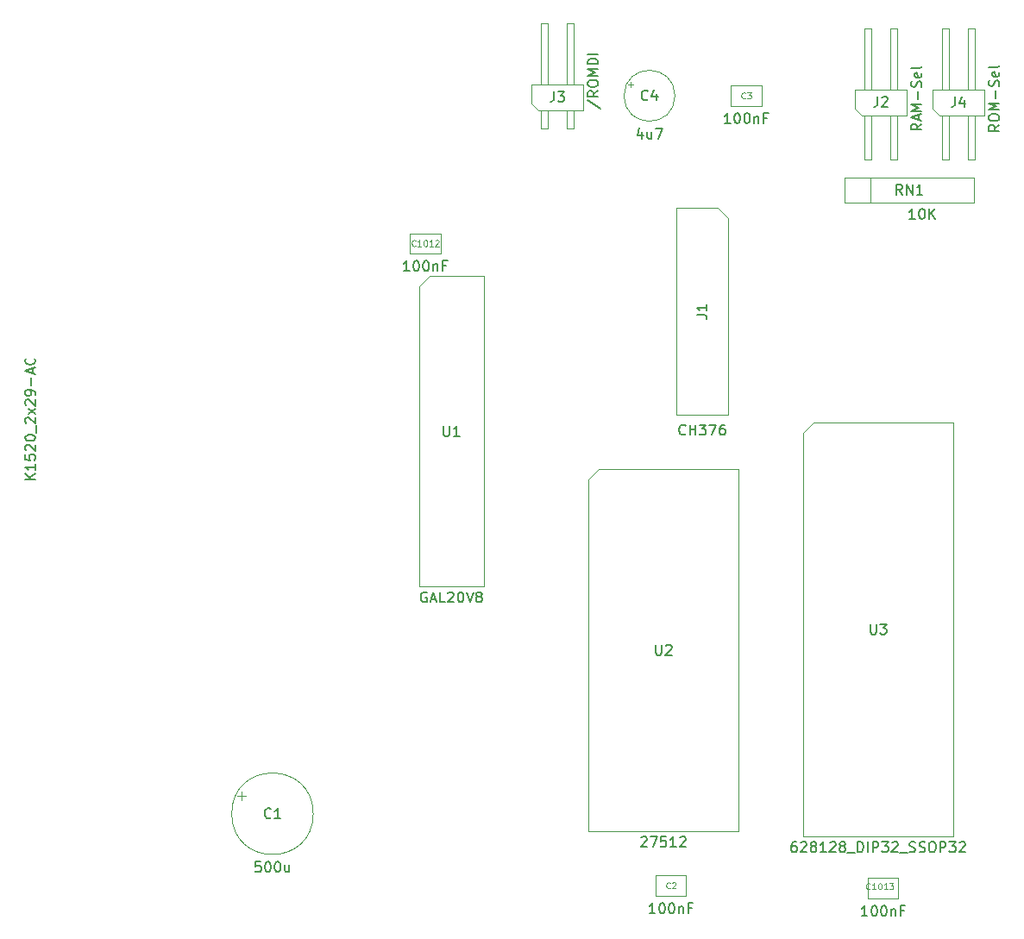
<source format=gbr>
%TF.GenerationSoftware,KiCad,Pcbnew,(5.1.10)-1*%
%TF.CreationDate,2025-03-03T19:14:52+01:00*%
%TF.ProjectId,CH376,43483337-362e-46b6-9963-61645f706362,rev?*%
%TF.SameCoordinates,Original*%
%TF.FileFunction,Other,Fab,Top*%
%FSLAX46Y46*%
G04 Gerber Fmt 4.6, Leading zero omitted, Abs format (unit mm)*
G04 Created by KiCad (PCBNEW (5.1.10)-1) date 2025-03-03 19:14:52*
%MOMM*%
%LPD*%
G01*
G04 APERTURE LIST*
%ADD10C,0.100000*%
%ADD11C,0.150000*%
%ADD12C,0.090000*%
G04 APERTURE END LIST*
D10*
%TO.C,J1*%
X119888000Y-85344000D02*
X119888000Y-65024000D01*
X124968000Y-85344000D02*
X119888000Y-85344000D01*
X124968000Y-66024000D02*
X124968000Y-85344000D01*
X123968000Y-65024000D02*
X124968000Y-66024000D01*
X119888000Y-65024000D02*
X123968000Y-65024000D01*
%TO.C,RN1*%
X136378000Y-61996000D02*
X136378000Y-64496000D01*
X136378000Y-64496000D02*
X149118000Y-64496000D01*
X149118000Y-64496000D02*
X149118000Y-61996000D01*
X149118000Y-61996000D02*
X136378000Y-61996000D01*
X138938000Y-61996000D02*
X138938000Y-64496000D01*
%TO.C,U2*%
X112253000Y-90678000D02*
X125983000Y-90678000D01*
X125983000Y-90678000D02*
X125983000Y-126238000D01*
X125983000Y-126238000D02*
X111253000Y-126238000D01*
X111253000Y-126238000D02*
X111253000Y-91678000D01*
X111253000Y-91678000D02*
X112253000Y-90678000D01*
%TO.C,J4*%
X145034000Y-55269000D02*
X145034000Y-53364000D01*
X145034000Y-53364000D02*
X150114000Y-53364000D01*
X150114000Y-53364000D02*
X150114000Y-55904000D01*
X150114000Y-55904000D02*
X145669000Y-55904000D01*
X145669000Y-55904000D02*
X145034000Y-55269000D01*
X145984000Y-60264000D02*
X145984000Y-55904000D01*
X145984000Y-60264000D02*
X146624000Y-60264000D01*
X146624000Y-60264000D02*
X146624000Y-55904000D01*
X145984000Y-53364000D02*
X145984000Y-47364000D01*
X145984000Y-47364000D02*
X146624000Y-47364000D01*
X146624000Y-53364000D02*
X146624000Y-47364000D01*
X148524000Y-60264000D02*
X148524000Y-55904000D01*
X148524000Y-60264000D02*
X149164000Y-60264000D01*
X149164000Y-60264000D02*
X149164000Y-55904000D01*
X148524000Y-53364000D02*
X148524000Y-47364000D01*
X148524000Y-47364000D02*
X149164000Y-47364000D01*
X149164000Y-53364000D02*
X149164000Y-47364000D01*
%TO.C,J3*%
X109794000Y-52856000D02*
X109794000Y-46856000D01*
X109154000Y-46856000D02*
X109794000Y-46856000D01*
X109154000Y-52856000D02*
X109154000Y-46856000D01*
X109794000Y-57216000D02*
X109794000Y-55396000D01*
X109154000Y-57216000D02*
X109794000Y-57216000D01*
X109154000Y-57216000D02*
X109154000Y-55396000D01*
X107254000Y-52856000D02*
X107254000Y-46856000D01*
X106614000Y-46856000D02*
X107254000Y-46856000D01*
X106614000Y-52856000D02*
X106614000Y-46856000D01*
X107254000Y-57216000D02*
X107254000Y-55396000D01*
X106614000Y-57216000D02*
X107254000Y-57216000D01*
X106614000Y-57216000D02*
X106614000Y-55396000D01*
X106299000Y-55396000D02*
X105664000Y-54761000D01*
X110744000Y-55396000D02*
X106299000Y-55396000D01*
X110744000Y-52856000D02*
X110744000Y-55396000D01*
X105664000Y-52856000D02*
X110744000Y-52856000D01*
X105664000Y-54761000D02*
X105664000Y-52856000D01*
%TO.C,J2*%
X141544000Y-53364000D02*
X141544000Y-47364000D01*
X140904000Y-47364000D02*
X141544000Y-47364000D01*
X140904000Y-53364000D02*
X140904000Y-47364000D01*
X141544000Y-60264000D02*
X141544000Y-55904000D01*
X140904000Y-60264000D02*
X141544000Y-60264000D01*
X140904000Y-60264000D02*
X140904000Y-55904000D01*
X139004000Y-53364000D02*
X139004000Y-47364000D01*
X138364000Y-47364000D02*
X139004000Y-47364000D01*
X138364000Y-53364000D02*
X138364000Y-47364000D01*
X139004000Y-60264000D02*
X139004000Y-55904000D01*
X138364000Y-60264000D02*
X139004000Y-60264000D01*
X138364000Y-60264000D02*
X138364000Y-55904000D01*
X138049000Y-55904000D02*
X137414000Y-55269000D01*
X142494000Y-55904000D02*
X138049000Y-55904000D01*
X142494000Y-53364000D02*
X142494000Y-55904000D01*
X137414000Y-53364000D02*
X142494000Y-53364000D01*
X137414000Y-55269000D02*
X137414000Y-53364000D01*
%TO.C,U3*%
X132335000Y-87106000D02*
X133335000Y-86106000D01*
X132335000Y-126746000D02*
X132335000Y-87106000D01*
X147065000Y-126746000D02*
X132335000Y-126746000D01*
X147065000Y-86106000D02*
X147065000Y-126746000D01*
X133335000Y-86106000D02*
X147065000Y-86106000D01*
%TO.C,C4*%
X115366395Y-52662500D02*
X115366395Y-53162500D01*
X115116395Y-52912500D02*
X115616395Y-52912500D01*
X119750000Y-54000000D02*
G75*
G03*
X119750000Y-54000000I-2500000J0D01*
G01*
%TO.C,C3*%
X128250000Y-53000000D02*
X125250000Y-53000000D01*
X128250000Y-55000000D02*
X128250000Y-53000000D01*
X125250000Y-55000000D02*
X128250000Y-55000000D01*
X125250000Y-53000000D02*
X125250000Y-55000000D01*
%TO.C,C2*%
X120860000Y-130572000D02*
X117860000Y-130572000D01*
X120860000Y-132572000D02*
X120860000Y-130572000D01*
X117860000Y-132572000D02*
X120860000Y-132572000D01*
X117860000Y-130572000D02*
X117860000Y-132572000D01*
%TO.C,C1*%
X77223241Y-122352500D02*
X77223241Y-123152500D01*
X76823241Y-122752500D02*
X77623241Y-122752500D01*
X84250000Y-124500000D02*
G75*
G03*
X84250000Y-124500000I-4000000J0D01*
G01*
%TO.C,C1012*%
X93750000Y-67500000D02*
X93750000Y-69500000D01*
X93750000Y-69500000D02*
X96750000Y-69500000D01*
X96750000Y-69500000D02*
X96750000Y-67500000D01*
X96750000Y-67500000D02*
X93750000Y-67500000D01*
%TO.C,C1013*%
X141688000Y-130826000D02*
X138688000Y-130826000D01*
X141688000Y-132826000D02*
X141688000Y-130826000D01*
X138688000Y-132826000D02*
X141688000Y-132826000D01*
X138688000Y-130826000D02*
X138688000Y-132826000D01*
%TO.C,U1*%
X95635000Y-71730000D02*
X100985000Y-71730000D01*
X100985000Y-71730000D02*
X100985000Y-102210000D01*
X100985000Y-102210000D02*
X94635000Y-102210000D01*
X94635000Y-102210000D02*
X94635000Y-72730000D01*
X94635000Y-72730000D02*
X95635000Y-71730000D01*
%TD*%
%TO.C,J1*%
D11*
X120785142Y-87201142D02*
X120737523Y-87248761D01*
X120594666Y-87296380D01*
X120499428Y-87296380D01*
X120356571Y-87248761D01*
X120261333Y-87153523D01*
X120213714Y-87058285D01*
X120166095Y-86867809D01*
X120166095Y-86724952D01*
X120213714Y-86534476D01*
X120261333Y-86439238D01*
X120356571Y-86344000D01*
X120499428Y-86296380D01*
X120594666Y-86296380D01*
X120737523Y-86344000D01*
X120785142Y-86391619D01*
X121213714Y-87296380D02*
X121213714Y-86296380D01*
X121213714Y-86772571D02*
X121785142Y-86772571D01*
X121785142Y-87296380D02*
X121785142Y-86296380D01*
X122166095Y-86296380D02*
X122785142Y-86296380D01*
X122451809Y-86677333D01*
X122594666Y-86677333D01*
X122689904Y-86724952D01*
X122737523Y-86772571D01*
X122785142Y-86867809D01*
X122785142Y-87105904D01*
X122737523Y-87201142D01*
X122689904Y-87248761D01*
X122594666Y-87296380D01*
X122308952Y-87296380D01*
X122213714Y-87248761D01*
X122166095Y-87201142D01*
X123118476Y-86296380D02*
X123785142Y-86296380D01*
X123356571Y-87296380D01*
X124594666Y-86296380D02*
X124404190Y-86296380D01*
X124308952Y-86344000D01*
X124261333Y-86391619D01*
X124166095Y-86534476D01*
X124118476Y-86724952D01*
X124118476Y-87105904D01*
X124166095Y-87201142D01*
X124213714Y-87248761D01*
X124308952Y-87296380D01*
X124499428Y-87296380D01*
X124594666Y-87248761D01*
X124642285Y-87201142D01*
X124689904Y-87105904D01*
X124689904Y-86867809D01*
X124642285Y-86772571D01*
X124594666Y-86724952D01*
X124499428Y-86677333D01*
X124308952Y-86677333D01*
X124213714Y-86724952D01*
X124166095Y-86772571D01*
X124118476Y-86867809D01*
X121880380Y-75517333D02*
X122594666Y-75517333D01*
X122737523Y-75564952D01*
X122832761Y-75660190D01*
X122880380Y-75803047D01*
X122880380Y-75898285D01*
X122880380Y-74517333D02*
X122880380Y-75088761D01*
X122880380Y-74803047D02*
X121880380Y-74803047D01*
X122023238Y-74898285D01*
X122118476Y-74993523D01*
X122166095Y-75088761D01*
%TO.C,RN1*%
X143327523Y-66098380D02*
X142756095Y-66098380D01*
X143041809Y-66098380D02*
X143041809Y-65098380D01*
X142946571Y-65241238D01*
X142851333Y-65336476D01*
X142756095Y-65384095D01*
X143946571Y-65098380D02*
X144041809Y-65098380D01*
X144137047Y-65146000D01*
X144184666Y-65193619D01*
X144232285Y-65288857D01*
X144279904Y-65479333D01*
X144279904Y-65717428D01*
X144232285Y-65907904D01*
X144184666Y-66003142D01*
X144137047Y-66050761D01*
X144041809Y-66098380D01*
X143946571Y-66098380D01*
X143851333Y-66050761D01*
X143803714Y-66003142D01*
X143756095Y-65907904D01*
X143708476Y-65717428D01*
X143708476Y-65479333D01*
X143756095Y-65288857D01*
X143803714Y-65193619D01*
X143851333Y-65146000D01*
X143946571Y-65098380D01*
X144708476Y-66098380D02*
X144708476Y-65098380D01*
X145279904Y-66098380D02*
X144851333Y-65526952D01*
X145279904Y-65098380D02*
X144708476Y-65669809D01*
X142057523Y-63698380D02*
X141724190Y-63222190D01*
X141486095Y-63698380D02*
X141486095Y-62698380D01*
X141867047Y-62698380D01*
X141962285Y-62746000D01*
X142009904Y-62793619D01*
X142057523Y-62888857D01*
X142057523Y-63031714D01*
X142009904Y-63126952D01*
X141962285Y-63174571D01*
X141867047Y-63222190D01*
X141486095Y-63222190D01*
X142486095Y-63698380D02*
X142486095Y-62698380D01*
X143057523Y-63698380D01*
X143057523Y-62698380D01*
X144057523Y-63698380D02*
X143486095Y-63698380D01*
X143771809Y-63698380D02*
X143771809Y-62698380D01*
X143676571Y-62841238D01*
X143581333Y-62936476D01*
X143486095Y-62984095D01*
%TO.C,U2*%
X116427523Y-126845619D02*
X116475142Y-126798000D01*
X116570380Y-126750380D01*
X116808476Y-126750380D01*
X116903714Y-126798000D01*
X116951333Y-126845619D01*
X116998952Y-126940857D01*
X116998952Y-127036095D01*
X116951333Y-127178952D01*
X116379904Y-127750380D01*
X116998952Y-127750380D01*
X117332285Y-126750380D02*
X117998952Y-126750380D01*
X117570380Y-127750380D01*
X118856095Y-126750380D02*
X118379904Y-126750380D01*
X118332285Y-127226571D01*
X118379904Y-127178952D01*
X118475142Y-127131333D01*
X118713238Y-127131333D01*
X118808476Y-127178952D01*
X118856095Y-127226571D01*
X118903714Y-127321809D01*
X118903714Y-127559904D01*
X118856095Y-127655142D01*
X118808476Y-127702761D01*
X118713238Y-127750380D01*
X118475142Y-127750380D01*
X118379904Y-127702761D01*
X118332285Y-127655142D01*
X119856095Y-127750380D02*
X119284666Y-127750380D01*
X119570380Y-127750380D02*
X119570380Y-126750380D01*
X119475142Y-126893238D01*
X119379904Y-126988476D01*
X119284666Y-127036095D01*
X120237047Y-126845619D02*
X120284666Y-126798000D01*
X120379904Y-126750380D01*
X120618000Y-126750380D01*
X120713238Y-126798000D01*
X120760857Y-126845619D01*
X120808476Y-126940857D01*
X120808476Y-127036095D01*
X120760857Y-127178952D01*
X120189428Y-127750380D01*
X120808476Y-127750380D01*
X117856095Y-107910380D02*
X117856095Y-108719904D01*
X117903714Y-108815142D01*
X117951333Y-108862761D01*
X118046571Y-108910380D01*
X118237047Y-108910380D01*
X118332285Y-108862761D01*
X118379904Y-108815142D01*
X118427523Y-108719904D01*
X118427523Y-107910380D01*
X118856095Y-108005619D02*
X118903714Y-107958000D01*
X118998952Y-107910380D01*
X119237047Y-107910380D01*
X119332285Y-107958000D01*
X119379904Y-108005619D01*
X119427523Y-108100857D01*
X119427523Y-108196095D01*
X119379904Y-108338952D01*
X118808476Y-108910380D01*
X119427523Y-108910380D01*
%TO.C,J4*%
X151566380Y-56860428D02*
X151090190Y-57193761D01*
X151566380Y-57431857D02*
X150566380Y-57431857D01*
X150566380Y-57050904D01*
X150614000Y-56955666D01*
X150661619Y-56908047D01*
X150756857Y-56860428D01*
X150899714Y-56860428D01*
X150994952Y-56908047D01*
X151042571Y-56955666D01*
X151090190Y-57050904D01*
X151090190Y-57431857D01*
X150566380Y-56241380D02*
X150566380Y-56050904D01*
X150614000Y-55955666D01*
X150709238Y-55860428D01*
X150899714Y-55812809D01*
X151233047Y-55812809D01*
X151423523Y-55860428D01*
X151518761Y-55955666D01*
X151566380Y-56050904D01*
X151566380Y-56241380D01*
X151518761Y-56336619D01*
X151423523Y-56431857D01*
X151233047Y-56479476D01*
X150899714Y-56479476D01*
X150709238Y-56431857D01*
X150614000Y-56336619D01*
X150566380Y-56241380D01*
X151566380Y-55384238D02*
X150566380Y-55384238D01*
X151280666Y-55050904D01*
X150566380Y-54717571D01*
X151566380Y-54717571D01*
X151185428Y-54241380D02*
X151185428Y-53479476D01*
X151518761Y-53050904D02*
X151566380Y-52908047D01*
X151566380Y-52669952D01*
X151518761Y-52574714D01*
X151471142Y-52527095D01*
X151375904Y-52479476D01*
X151280666Y-52479476D01*
X151185428Y-52527095D01*
X151137809Y-52574714D01*
X151090190Y-52669952D01*
X151042571Y-52860428D01*
X150994952Y-52955666D01*
X150947333Y-53003285D01*
X150852095Y-53050904D01*
X150756857Y-53050904D01*
X150661619Y-53003285D01*
X150614000Y-52955666D01*
X150566380Y-52860428D01*
X150566380Y-52622333D01*
X150614000Y-52479476D01*
X151518761Y-51669952D02*
X151566380Y-51765190D01*
X151566380Y-51955666D01*
X151518761Y-52050904D01*
X151423523Y-52098523D01*
X151042571Y-52098523D01*
X150947333Y-52050904D01*
X150899714Y-51955666D01*
X150899714Y-51765190D01*
X150947333Y-51669952D01*
X151042571Y-51622333D01*
X151137809Y-51622333D01*
X151233047Y-52098523D01*
X151566380Y-51050904D02*
X151518761Y-51146142D01*
X151423523Y-51193761D01*
X150566380Y-51193761D01*
X147240666Y-54086380D02*
X147240666Y-54800666D01*
X147193047Y-54943523D01*
X147097809Y-55038761D01*
X146954952Y-55086380D01*
X146859714Y-55086380D01*
X148145428Y-54419714D02*
X148145428Y-55086380D01*
X147907333Y-54038761D02*
X147669238Y-54753047D01*
X148288285Y-54753047D01*
%TO.C,J3*%
X111148761Y-54415761D02*
X112434476Y-55272904D01*
X112196380Y-53511000D02*
X111720190Y-53844333D01*
X112196380Y-54082428D02*
X111196380Y-54082428D01*
X111196380Y-53701476D01*
X111244000Y-53606238D01*
X111291619Y-53558619D01*
X111386857Y-53511000D01*
X111529714Y-53511000D01*
X111624952Y-53558619D01*
X111672571Y-53606238D01*
X111720190Y-53701476D01*
X111720190Y-54082428D01*
X111196380Y-52891952D02*
X111196380Y-52701476D01*
X111244000Y-52606238D01*
X111339238Y-52511000D01*
X111529714Y-52463380D01*
X111863047Y-52463380D01*
X112053523Y-52511000D01*
X112148761Y-52606238D01*
X112196380Y-52701476D01*
X112196380Y-52891952D01*
X112148761Y-52987190D01*
X112053523Y-53082428D01*
X111863047Y-53130047D01*
X111529714Y-53130047D01*
X111339238Y-53082428D01*
X111244000Y-52987190D01*
X111196380Y-52891952D01*
X112196380Y-52034809D02*
X111196380Y-52034809D01*
X111910666Y-51701476D01*
X111196380Y-51368142D01*
X112196380Y-51368142D01*
X112196380Y-50891952D02*
X111196380Y-50891952D01*
X111196380Y-50653857D01*
X111244000Y-50511000D01*
X111339238Y-50415761D01*
X111434476Y-50368142D01*
X111624952Y-50320523D01*
X111767809Y-50320523D01*
X111958285Y-50368142D01*
X112053523Y-50415761D01*
X112148761Y-50511000D01*
X112196380Y-50653857D01*
X112196380Y-50891952D01*
X112196380Y-49891952D02*
X111196380Y-49891952D01*
X107870666Y-53578380D02*
X107870666Y-54292666D01*
X107823047Y-54435523D01*
X107727809Y-54530761D01*
X107584952Y-54578380D01*
X107489714Y-54578380D01*
X108251619Y-53578380D02*
X108870666Y-53578380D01*
X108537333Y-53959333D01*
X108680190Y-53959333D01*
X108775428Y-54006952D01*
X108823047Y-54054571D01*
X108870666Y-54149809D01*
X108870666Y-54387904D01*
X108823047Y-54483142D01*
X108775428Y-54530761D01*
X108680190Y-54578380D01*
X108394476Y-54578380D01*
X108299238Y-54530761D01*
X108251619Y-54483142D01*
%TO.C,J2*%
X143946380Y-56765190D02*
X143470190Y-57098523D01*
X143946380Y-57336619D02*
X142946380Y-57336619D01*
X142946380Y-56955666D01*
X142994000Y-56860428D01*
X143041619Y-56812809D01*
X143136857Y-56765190D01*
X143279714Y-56765190D01*
X143374952Y-56812809D01*
X143422571Y-56860428D01*
X143470190Y-56955666D01*
X143470190Y-57336619D01*
X143660666Y-56384238D02*
X143660666Y-55908047D01*
X143946380Y-56479476D02*
X142946380Y-56146142D01*
X143946380Y-55812809D01*
X143946380Y-55479476D02*
X142946380Y-55479476D01*
X143660666Y-55146142D01*
X142946380Y-54812809D01*
X143946380Y-54812809D01*
X143565428Y-54336619D02*
X143565428Y-53574714D01*
X143898761Y-53146142D02*
X143946380Y-53003285D01*
X143946380Y-52765190D01*
X143898761Y-52669952D01*
X143851142Y-52622333D01*
X143755904Y-52574714D01*
X143660666Y-52574714D01*
X143565428Y-52622333D01*
X143517809Y-52669952D01*
X143470190Y-52765190D01*
X143422571Y-52955666D01*
X143374952Y-53050904D01*
X143327333Y-53098523D01*
X143232095Y-53146142D01*
X143136857Y-53146142D01*
X143041619Y-53098523D01*
X142994000Y-53050904D01*
X142946380Y-52955666D01*
X142946380Y-52717571D01*
X142994000Y-52574714D01*
X143898761Y-51765190D02*
X143946380Y-51860428D01*
X143946380Y-52050904D01*
X143898761Y-52146142D01*
X143803523Y-52193761D01*
X143422571Y-52193761D01*
X143327333Y-52146142D01*
X143279714Y-52050904D01*
X143279714Y-51860428D01*
X143327333Y-51765190D01*
X143422571Y-51717571D01*
X143517809Y-51717571D01*
X143613047Y-52193761D01*
X143946380Y-51146142D02*
X143898761Y-51241380D01*
X143803523Y-51289000D01*
X142946380Y-51289000D01*
X139620666Y-54086380D02*
X139620666Y-54800666D01*
X139573047Y-54943523D01*
X139477809Y-55038761D01*
X139334952Y-55086380D01*
X139239714Y-55086380D01*
X140049238Y-54181619D02*
X140096857Y-54134000D01*
X140192095Y-54086380D01*
X140430190Y-54086380D01*
X140525428Y-54134000D01*
X140573047Y-54181619D01*
X140620666Y-54276857D01*
X140620666Y-54372095D01*
X140573047Y-54514952D01*
X140001619Y-55086380D01*
X140620666Y-55086380D01*
%TO.C,U3*%
X131628571Y-127258380D02*
X131438095Y-127258380D01*
X131342857Y-127306000D01*
X131295238Y-127353619D01*
X131200000Y-127496476D01*
X131152380Y-127686952D01*
X131152380Y-128067904D01*
X131200000Y-128163142D01*
X131247619Y-128210761D01*
X131342857Y-128258380D01*
X131533333Y-128258380D01*
X131628571Y-128210761D01*
X131676190Y-128163142D01*
X131723809Y-128067904D01*
X131723809Y-127829809D01*
X131676190Y-127734571D01*
X131628571Y-127686952D01*
X131533333Y-127639333D01*
X131342857Y-127639333D01*
X131247619Y-127686952D01*
X131200000Y-127734571D01*
X131152380Y-127829809D01*
X132104761Y-127353619D02*
X132152380Y-127306000D01*
X132247619Y-127258380D01*
X132485714Y-127258380D01*
X132580952Y-127306000D01*
X132628571Y-127353619D01*
X132676190Y-127448857D01*
X132676190Y-127544095D01*
X132628571Y-127686952D01*
X132057142Y-128258380D01*
X132676190Y-128258380D01*
X133247619Y-127686952D02*
X133152380Y-127639333D01*
X133104761Y-127591714D01*
X133057142Y-127496476D01*
X133057142Y-127448857D01*
X133104761Y-127353619D01*
X133152380Y-127306000D01*
X133247619Y-127258380D01*
X133438095Y-127258380D01*
X133533333Y-127306000D01*
X133580952Y-127353619D01*
X133628571Y-127448857D01*
X133628571Y-127496476D01*
X133580952Y-127591714D01*
X133533333Y-127639333D01*
X133438095Y-127686952D01*
X133247619Y-127686952D01*
X133152380Y-127734571D01*
X133104761Y-127782190D01*
X133057142Y-127877428D01*
X133057142Y-128067904D01*
X133104761Y-128163142D01*
X133152380Y-128210761D01*
X133247619Y-128258380D01*
X133438095Y-128258380D01*
X133533333Y-128210761D01*
X133580952Y-128163142D01*
X133628571Y-128067904D01*
X133628571Y-127877428D01*
X133580952Y-127782190D01*
X133533333Y-127734571D01*
X133438095Y-127686952D01*
X134580952Y-128258380D02*
X134009523Y-128258380D01*
X134295238Y-128258380D02*
X134295238Y-127258380D01*
X134200000Y-127401238D01*
X134104761Y-127496476D01*
X134009523Y-127544095D01*
X134961904Y-127353619D02*
X135009523Y-127306000D01*
X135104761Y-127258380D01*
X135342857Y-127258380D01*
X135438095Y-127306000D01*
X135485714Y-127353619D01*
X135533333Y-127448857D01*
X135533333Y-127544095D01*
X135485714Y-127686952D01*
X134914285Y-128258380D01*
X135533333Y-128258380D01*
X136104761Y-127686952D02*
X136009523Y-127639333D01*
X135961904Y-127591714D01*
X135914285Y-127496476D01*
X135914285Y-127448857D01*
X135961904Y-127353619D01*
X136009523Y-127306000D01*
X136104761Y-127258380D01*
X136295238Y-127258380D01*
X136390476Y-127306000D01*
X136438095Y-127353619D01*
X136485714Y-127448857D01*
X136485714Y-127496476D01*
X136438095Y-127591714D01*
X136390476Y-127639333D01*
X136295238Y-127686952D01*
X136104761Y-127686952D01*
X136009523Y-127734571D01*
X135961904Y-127782190D01*
X135914285Y-127877428D01*
X135914285Y-128067904D01*
X135961904Y-128163142D01*
X136009523Y-128210761D01*
X136104761Y-128258380D01*
X136295238Y-128258380D01*
X136390476Y-128210761D01*
X136438095Y-128163142D01*
X136485714Y-128067904D01*
X136485714Y-127877428D01*
X136438095Y-127782190D01*
X136390476Y-127734571D01*
X136295238Y-127686952D01*
X136676190Y-128353619D02*
X137438095Y-128353619D01*
X137676190Y-128258380D02*
X137676190Y-127258380D01*
X137914285Y-127258380D01*
X138057142Y-127306000D01*
X138152380Y-127401238D01*
X138200000Y-127496476D01*
X138247619Y-127686952D01*
X138247619Y-127829809D01*
X138200000Y-128020285D01*
X138152380Y-128115523D01*
X138057142Y-128210761D01*
X137914285Y-128258380D01*
X137676190Y-128258380D01*
X138676190Y-128258380D02*
X138676190Y-127258380D01*
X139152380Y-128258380D02*
X139152380Y-127258380D01*
X139533333Y-127258380D01*
X139628571Y-127306000D01*
X139676190Y-127353619D01*
X139723809Y-127448857D01*
X139723809Y-127591714D01*
X139676190Y-127686952D01*
X139628571Y-127734571D01*
X139533333Y-127782190D01*
X139152380Y-127782190D01*
X140057142Y-127258380D02*
X140676190Y-127258380D01*
X140342857Y-127639333D01*
X140485714Y-127639333D01*
X140580952Y-127686952D01*
X140628571Y-127734571D01*
X140676190Y-127829809D01*
X140676190Y-128067904D01*
X140628571Y-128163142D01*
X140580952Y-128210761D01*
X140485714Y-128258380D01*
X140200000Y-128258380D01*
X140104761Y-128210761D01*
X140057142Y-128163142D01*
X141057142Y-127353619D02*
X141104761Y-127306000D01*
X141200000Y-127258380D01*
X141438095Y-127258380D01*
X141533333Y-127306000D01*
X141580952Y-127353619D01*
X141628571Y-127448857D01*
X141628571Y-127544095D01*
X141580952Y-127686952D01*
X141009523Y-128258380D01*
X141628571Y-128258380D01*
X141819047Y-128353619D02*
X142580952Y-128353619D01*
X142771428Y-128210761D02*
X142914285Y-128258380D01*
X143152380Y-128258380D01*
X143247619Y-128210761D01*
X143295238Y-128163142D01*
X143342857Y-128067904D01*
X143342857Y-127972666D01*
X143295238Y-127877428D01*
X143247619Y-127829809D01*
X143152380Y-127782190D01*
X142961904Y-127734571D01*
X142866666Y-127686952D01*
X142819047Y-127639333D01*
X142771428Y-127544095D01*
X142771428Y-127448857D01*
X142819047Y-127353619D01*
X142866666Y-127306000D01*
X142961904Y-127258380D01*
X143200000Y-127258380D01*
X143342857Y-127306000D01*
X143723809Y-128210761D02*
X143866666Y-128258380D01*
X144104761Y-128258380D01*
X144200000Y-128210761D01*
X144247619Y-128163142D01*
X144295238Y-128067904D01*
X144295238Y-127972666D01*
X144247619Y-127877428D01*
X144200000Y-127829809D01*
X144104761Y-127782190D01*
X143914285Y-127734571D01*
X143819047Y-127686952D01*
X143771428Y-127639333D01*
X143723809Y-127544095D01*
X143723809Y-127448857D01*
X143771428Y-127353619D01*
X143819047Y-127306000D01*
X143914285Y-127258380D01*
X144152380Y-127258380D01*
X144295238Y-127306000D01*
X144914285Y-127258380D02*
X145104761Y-127258380D01*
X145200000Y-127306000D01*
X145295238Y-127401238D01*
X145342857Y-127591714D01*
X145342857Y-127925047D01*
X145295238Y-128115523D01*
X145200000Y-128210761D01*
X145104761Y-128258380D01*
X144914285Y-128258380D01*
X144819047Y-128210761D01*
X144723809Y-128115523D01*
X144676190Y-127925047D01*
X144676190Y-127591714D01*
X144723809Y-127401238D01*
X144819047Y-127306000D01*
X144914285Y-127258380D01*
X145771428Y-128258380D02*
X145771428Y-127258380D01*
X146152380Y-127258380D01*
X146247619Y-127306000D01*
X146295238Y-127353619D01*
X146342857Y-127448857D01*
X146342857Y-127591714D01*
X146295238Y-127686952D01*
X146247619Y-127734571D01*
X146152380Y-127782190D01*
X145771428Y-127782190D01*
X146676190Y-127258380D02*
X147295238Y-127258380D01*
X146961904Y-127639333D01*
X147104761Y-127639333D01*
X147200000Y-127686952D01*
X147247619Y-127734571D01*
X147295238Y-127829809D01*
X147295238Y-128067904D01*
X147247619Y-128163142D01*
X147200000Y-128210761D01*
X147104761Y-128258380D01*
X146819047Y-128258380D01*
X146723809Y-128210761D01*
X146676190Y-128163142D01*
X147676190Y-127353619D02*
X147723809Y-127306000D01*
X147819047Y-127258380D01*
X148057142Y-127258380D01*
X148152380Y-127306000D01*
X148200000Y-127353619D01*
X148247619Y-127448857D01*
X148247619Y-127544095D01*
X148200000Y-127686952D01*
X147628571Y-128258380D01*
X148247619Y-128258380D01*
X138938095Y-105878380D02*
X138938095Y-106687904D01*
X138985714Y-106783142D01*
X139033333Y-106830761D01*
X139128571Y-106878380D01*
X139319047Y-106878380D01*
X139414285Y-106830761D01*
X139461904Y-106783142D01*
X139509523Y-106687904D01*
X139509523Y-105878380D01*
X139890476Y-105878380D02*
X140509523Y-105878380D01*
X140176190Y-106259333D01*
X140319047Y-106259333D01*
X140414285Y-106306952D01*
X140461904Y-106354571D01*
X140509523Y-106449809D01*
X140509523Y-106687904D01*
X140461904Y-106783142D01*
X140414285Y-106830761D01*
X140319047Y-106878380D01*
X140033333Y-106878380D01*
X139938095Y-106830761D01*
X139890476Y-106783142D01*
%TO.C,C4*%
X116511904Y-57535714D02*
X116511904Y-58202380D01*
X116273809Y-57154761D02*
X116035714Y-57869047D01*
X116654761Y-57869047D01*
X117464285Y-57535714D02*
X117464285Y-58202380D01*
X117035714Y-57535714D02*
X117035714Y-58059523D01*
X117083333Y-58154761D01*
X117178571Y-58202380D01*
X117321428Y-58202380D01*
X117416666Y-58154761D01*
X117464285Y-58107142D01*
X117845238Y-57202380D02*
X118511904Y-57202380D01*
X118083333Y-58202380D01*
X117083333Y-54357142D02*
X117035714Y-54404761D01*
X116892857Y-54452380D01*
X116797619Y-54452380D01*
X116654761Y-54404761D01*
X116559523Y-54309523D01*
X116511904Y-54214285D01*
X116464285Y-54023809D01*
X116464285Y-53880952D01*
X116511904Y-53690476D01*
X116559523Y-53595238D01*
X116654761Y-53500000D01*
X116797619Y-53452380D01*
X116892857Y-53452380D01*
X117035714Y-53500000D01*
X117083333Y-53547619D01*
X117940476Y-53785714D02*
X117940476Y-54452380D01*
X117702380Y-53404761D02*
X117464285Y-54119047D01*
X118083333Y-54119047D01*
%TO.C,C3*%
X125202380Y-56702380D02*
X124630952Y-56702380D01*
X124916666Y-56702380D02*
X124916666Y-55702380D01*
X124821428Y-55845238D01*
X124726190Y-55940476D01*
X124630952Y-55988095D01*
X125821428Y-55702380D02*
X125916666Y-55702380D01*
X126011904Y-55750000D01*
X126059523Y-55797619D01*
X126107142Y-55892857D01*
X126154761Y-56083333D01*
X126154761Y-56321428D01*
X126107142Y-56511904D01*
X126059523Y-56607142D01*
X126011904Y-56654761D01*
X125916666Y-56702380D01*
X125821428Y-56702380D01*
X125726190Y-56654761D01*
X125678571Y-56607142D01*
X125630952Y-56511904D01*
X125583333Y-56321428D01*
X125583333Y-56083333D01*
X125630952Y-55892857D01*
X125678571Y-55797619D01*
X125726190Y-55750000D01*
X125821428Y-55702380D01*
X126773809Y-55702380D02*
X126869047Y-55702380D01*
X126964285Y-55750000D01*
X127011904Y-55797619D01*
X127059523Y-55892857D01*
X127107142Y-56083333D01*
X127107142Y-56321428D01*
X127059523Y-56511904D01*
X127011904Y-56607142D01*
X126964285Y-56654761D01*
X126869047Y-56702380D01*
X126773809Y-56702380D01*
X126678571Y-56654761D01*
X126630952Y-56607142D01*
X126583333Y-56511904D01*
X126535714Y-56321428D01*
X126535714Y-56083333D01*
X126583333Y-55892857D01*
X126630952Y-55797619D01*
X126678571Y-55750000D01*
X126773809Y-55702380D01*
X127535714Y-56035714D02*
X127535714Y-56702380D01*
X127535714Y-56130952D02*
X127583333Y-56083333D01*
X127678571Y-56035714D01*
X127821428Y-56035714D01*
X127916666Y-56083333D01*
X127964285Y-56178571D01*
X127964285Y-56702380D01*
X128773809Y-56178571D02*
X128440476Y-56178571D01*
X128440476Y-56702380D02*
X128440476Y-55702380D01*
X128916666Y-55702380D01*
D12*
X126650000Y-54214285D02*
X126621428Y-54242857D01*
X126535714Y-54271428D01*
X126478571Y-54271428D01*
X126392857Y-54242857D01*
X126335714Y-54185714D01*
X126307142Y-54128571D01*
X126278571Y-54014285D01*
X126278571Y-53928571D01*
X126307142Y-53814285D01*
X126335714Y-53757142D01*
X126392857Y-53700000D01*
X126478571Y-53671428D01*
X126535714Y-53671428D01*
X126621428Y-53700000D01*
X126650000Y-53728571D01*
X126850000Y-53671428D02*
X127221428Y-53671428D01*
X127021428Y-53900000D01*
X127107142Y-53900000D01*
X127164285Y-53928571D01*
X127192857Y-53957142D01*
X127221428Y-54014285D01*
X127221428Y-54157142D01*
X127192857Y-54214285D01*
X127164285Y-54242857D01*
X127107142Y-54271428D01*
X126935714Y-54271428D01*
X126878571Y-54242857D01*
X126850000Y-54214285D01*
%TO.C,C2*%
D11*
X117812380Y-134274380D02*
X117240952Y-134274380D01*
X117526666Y-134274380D02*
X117526666Y-133274380D01*
X117431428Y-133417238D01*
X117336190Y-133512476D01*
X117240952Y-133560095D01*
X118431428Y-133274380D02*
X118526666Y-133274380D01*
X118621904Y-133322000D01*
X118669523Y-133369619D01*
X118717142Y-133464857D01*
X118764761Y-133655333D01*
X118764761Y-133893428D01*
X118717142Y-134083904D01*
X118669523Y-134179142D01*
X118621904Y-134226761D01*
X118526666Y-134274380D01*
X118431428Y-134274380D01*
X118336190Y-134226761D01*
X118288571Y-134179142D01*
X118240952Y-134083904D01*
X118193333Y-133893428D01*
X118193333Y-133655333D01*
X118240952Y-133464857D01*
X118288571Y-133369619D01*
X118336190Y-133322000D01*
X118431428Y-133274380D01*
X119383809Y-133274380D02*
X119479047Y-133274380D01*
X119574285Y-133322000D01*
X119621904Y-133369619D01*
X119669523Y-133464857D01*
X119717142Y-133655333D01*
X119717142Y-133893428D01*
X119669523Y-134083904D01*
X119621904Y-134179142D01*
X119574285Y-134226761D01*
X119479047Y-134274380D01*
X119383809Y-134274380D01*
X119288571Y-134226761D01*
X119240952Y-134179142D01*
X119193333Y-134083904D01*
X119145714Y-133893428D01*
X119145714Y-133655333D01*
X119193333Y-133464857D01*
X119240952Y-133369619D01*
X119288571Y-133322000D01*
X119383809Y-133274380D01*
X120145714Y-133607714D02*
X120145714Y-134274380D01*
X120145714Y-133702952D02*
X120193333Y-133655333D01*
X120288571Y-133607714D01*
X120431428Y-133607714D01*
X120526666Y-133655333D01*
X120574285Y-133750571D01*
X120574285Y-134274380D01*
X121383809Y-133750571D02*
X121050476Y-133750571D01*
X121050476Y-134274380D02*
X121050476Y-133274380D01*
X121526666Y-133274380D01*
D12*
X119260000Y-131786285D02*
X119231428Y-131814857D01*
X119145714Y-131843428D01*
X119088571Y-131843428D01*
X119002857Y-131814857D01*
X118945714Y-131757714D01*
X118917142Y-131700571D01*
X118888571Y-131586285D01*
X118888571Y-131500571D01*
X118917142Y-131386285D01*
X118945714Y-131329142D01*
X119002857Y-131272000D01*
X119088571Y-131243428D01*
X119145714Y-131243428D01*
X119231428Y-131272000D01*
X119260000Y-131300571D01*
X119488571Y-131300571D02*
X119517142Y-131272000D01*
X119574285Y-131243428D01*
X119717142Y-131243428D01*
X119774285Y-131272000D01*
X119802857Y-131300571D01*
X119831428Y-131357714D01*
X119831428Y-131414857D01*
X119802857Y-131500571D01*
X119460000Y-131843428D01*
X119831428Y-131843428D01*
%TO.C,C1*%
D11*
X79083333Y-129202380D02*
X78607142Y-129202380D01*
X78559523Y-129678571D01*
X78607142Y-129630952D01*
X78702380Y-129583333D01*
X78940476Y-129583333D01*
X79035714Y-129630952D01*
X79083333Y-129678571D01*
X79130952Y-129773809D01*
X79130952Y-130011904D01*
X79083333Y-130107142D01*
X79035714Y-130154761D01*
X78940476Y-130202380D01*
X78702380Y-130202380D01*
X78607142Y-130154761D01*
X78559523Y-130107142D01*
X79750000Y-129202380D02*
X79845238Y-129202380D01*
X79940476Y-129250000D01*
X79988095Y-129297619D01*
X80035714Y-129392857D01*
X80083333Y-129583333D01*
X80083333Y-129821428D01*
X80035714Y-130011904D01*
X79988095Y-130107142D01*
X79940476Y-130154761D01*
X79845238Y-130202380D01*
X79750000Y-130202380D01*
X79654761Y-130154761D01*
X79607142Y-130107142D01*
X79559523Y-130011904D01*
X79511904Y-129821428D01*
X79511904Y-129583333D01*
X79559523Y-129392857D01*
X79607142Y-129297619D01*
X79654761Y-129250000D01*
X79750000Y-129202380D01*
X80702380Y-129202380D02*
X80797619Y-129202380D01*
X80892857Y-129250000D01*
X80940476Y-129297619D01*
X80988095Y-129392857D01*
X81035714Y-129583333D01*
X81035714Y-129821428D01*
X80988095Y-130011904D01*
X80940476Y-130107142D01*
X80892857Y-130154761D01*
X80797619Y-130202380D01*
X80702380Y-130202380D01*
X80607142Y-130154761D01*
X80559523Y-130107142D01*
X80511904Y-130011904D01*
X80464285Y-129821428D01*
X80464285Y-129583333D01*
X80511904Y-129392857D01*
X80559523Y-129297619D01*
X80607142Y-129250000D01*
X80702380Y-129202380D01*
X81892857Y-129535714D02*
X81892857Y-130202380D01*
X81464285Y-129535714D02*
X81464285Y-130059523D01*
X81511904Y-130154761D01*
X81607142Y-130202380D01*
X81750000Y-130202380D01*
X81845238Y-130154761D01*
X81892857Y-130107142D01*
X80083333Y-124857142D02*
X80035714Y-124904761D01*
X79892857Y-124952380D01*
X79797619Y-124952380D01*
X79654761Y-124904761D01*
X79559523Y-124809523D01*
X79511904Y-124714285D01*
X79464285Y-124523809D01*
X79464285Y-124380952D01*
X79511904Y-124190476D01*
X79559523Y-124095238D01*
X79654761Y-124000000D01*
X79797619Y-123952380D01*
X79892857Y-123952380D01*
X80035714Y-124000000D01*
X80083333Y-124047619D01*
X81035714Y-124952380D02*
X80464285Y-124952380D01*
X80750000Y-124952380D02*
X80750000Y-123952380D01*
X80654761Y-124095238D01*
X80559523Y-124190476D01*
X80464285Y-124238095D01*
%TO.C,X1001*%
X56977380Y-91684404D02*
X55977380Y-91684404D01*
X56977380Y-91112976D02*
X56405952Y-91541547D01*
X55977380Y-91112976D02*
X56548809Y-91684404D01*
X56977380Y-90160595D02*
X56977380Y-90732023D01*
X56977380Y-90446309D02*
X55977380Y-90446309D01*
X56120238Y-90541547D01*
X56215476Y-90636785D01*
X56263095Y-90732023D01*
X55977380Y-89255833D02*
X55977380Y-89732023D01*
X56453571Y-89779642D01*
X56405952Y-89732023D01*
X56358333Y-89636785D01*
X56358333Y-89398690D01*
X56405952Y-89303452D01*
X56453571Y-89255833D01*
X56548809Y-89208214D01*
X56786904Y-89208214D01*
X56882142Y-89255833D01*
X56929761Y-89303452D01*
X56977380Y-89398690D01*
X56977380Y-89636785D01*
X56929761Y-89732023D01*
X56882142Y-89779642D01*
X56072619Y-88827261D02*
X56025000Y-88779642D01*
X55977380Y-88684404D01*
X55977380Y-88446309D01*
X56025000Y-88351071D01*
X56072619Y-88303452D01*
X56167857Y-88255833D01*
X56263095Y-88255833D01*
X56405952Y-88303452D01*
X56977380Y-88874880D01*
X56977380Y-88255833D01*
X55977380Y-87636785D02*
X55977380Y-87541547D01*
X56025000Y-87446309D01*
X56072619Y-87398690D01*
X56167857Y-87351071D01*
X56358333Y-87303452D01*
X56596428Y-87303452D01*
X56786904Y-87351071D01*
X56882142Y-87398690D01*
X56929761Y-87446309D01*
X56977380Y-87541547D01*
X56977380Y-87636785D01*
X56929761Y-87732023D01*
X56882142Y-87779642D01*
X56786904Y-87827261D01*
X56596428Y-87874880D01*
X56358333Y-87874880D01*
X56167857Y-87827261D01*
X56072619Y-87779642D01*
X56025000Y-87732023D01*
X55977380Y-87636785D01*
X57072619Y-87112976D02*
X57072619Y-86351071D01*
X56072619Y-86160595D02*
X56025000Y-86112976D01*
X55977380Y-86017738D01*
X55977380Y-85779642D01*
X56025000Y-85684404D01*
X56072619Y-85636785D01*
X56167857Y-85589166D01*
X56263095Y-85589166D01*
X56405952Y-85636785D01*
X56977380Y-86208214D01*
X56977380Y-85589166D01*
X56977380Y-85255833D02*
X56310714Y-84732023D01*
X56310714Y-85255833D02*
X56977380Y-84732023D01*
X56072619Y-84398690D02*
X56025000Y-84351071D01*
X55977380Y-84255833D01*
X55977380Y-84017738D01*
X56025000Y-83922500D01*
X56072619Y-83874880D01*
X56167857Y-83827261D01*
X56263095Y-83827261D01*
X56405952Y-83874880D01*
X56977380Y-84446309D01*
X56977380Y-83827261D01*
X56977380Y-83351071D02*
X56977380Y-83160595D01*
X56929761Y-83065357D01*
X56882142Y-83017738D01*
X56739285Y-82922500D01*
X56548809Y-82874880D01*
X56167857Y-82874880D01*
X56072619Y-82922500D01*
X56025000Y-82970119D01*
X55977380Y-83065357D01*
X55977380Y-83255833D01*
X56025000Y-83351071D01*
X56072619Y-83398690D01*
X56167857Y-83446309D01*
X56405952Y-83446309D01*
X56501190Y-83398690D01*
X56548809Y-83351071D01*
X56596428Y-83255833D01*
X56596428Y-83065357D01*
X56548809Y-82970119D01*
X56501190Y-82922500D01*
X56405952Y-82874880D01*
X56596428Y-82446309D02*
X56596428Y-81684404D01*
X56691666Y-81255833D02*
X56691666Y-80779642D01*
X56977380Y-81351071D02*
X55977380Y-81017738D01*
X56977380Y-80684404D01*
X56882142Y-79779642D02*
X56929761Y-79827261D01*
X56977380Y-79970119D01*
X56977380Y-80065357D01*
X56929761Y-80208214D01*
X56834523Y-80303452D01*
X56739285Y-80351071D01*
X56548809Y-80398690D01*
X56405952Y-80398690D01*
X56215476Y-80351071D01*
X56120238Y-80303452D01*
X56025000Y-80208214D01*
X55977380Y-80065357D01*
X55977380Y-79970119D01*
X56025000Y-79827261D01*
X56072619Y-79779642D01*
%TO.C,C1012*%
X93702380Y-71202380D02*
X93130952Y-71202380D01*
X93416666Y-71202380D02*
X93416666Y-70202380D01*
X93321428Y-70345238D01*
X93226190Y-70440476D01*
X93130952Y-70488095D01*
X94321428Y-70202380D02*
X94416666Y-70202380D01*
X94511904Y-70250000D01*
X94559523Y-70297619D01*
X94607142Y-70392857D01*
X94654761Y-70583333D01*
X94654761Y-70821428D01*
X94607142Y-71011904D01*
X94559523Y-71107142D01*
X94511904Y-71154761D01*
X94416666Y-71202380D01*
X94321428Y-71202380D01*
X94226190Y-71154761D01*
X94178571Y-71107142D01*
X94130952Y-71011904D01*
X94083333Y-70821428D01*
X94083333Y-70583333D01*
X94130952Y-70392857D01*
X94178571Y-70297619D01*
X94226190Y-70250000D01*
X94321428Y-70202380D01*
X95273809Y-70202380D02*
X95369047Y-70202380D01*
X95464285Y-70250000D01*
X95511904Y-70297619D01*
X95559523Y-70392857D01*
X95607142Y-70583333D01*
X95607142Y-70821428D01*
X95559523Y-71011904D01*
X95511904Y-71107142D01*
X95464285Y-71154761D01*
X95369047Y-71202380D01*
X95273809Y-71202380D01*
X95178571Y-71154761D01*
X95130952Y-71107142D01*
X95083333Y-71011904D01*
X95035714Y-70821428D01*
X95035714Y-70583333D01*
X95083333Y-70392857D01*
X95130952Y-70297619D01*
X95178571Y-70250000D01*
X95273809Y-70202380D01*
X96035714Y-70535714D02*
X96035714Y-71202380D01*
X96035714Y-70630952D02*
X96083333Y-70583333D01*
X96178571Y-70535714D01*
X96321428Y-70535714D01*
X96416666Y-70583333D01*
X96464285Y-70678571D01*
X96464285Y-71202380D01*
X97273809Y-70678571D02*
X96940476Y-70678571D01*
X96940476Y-71202380D02*
X96940476Y-70202380D01*
X97416666Y-70202380D01*
D12*
X94292857Y-68714285D02*
X94264285Y-68742857D01*
X94178571Y-68771428D01*
X94121428Y-68771428D01*
X94035714Y-68742857D01*
X93978571Y-68685714D01*
X93950000Y-68628571D01*
X93921428Y-68514285D01*
X93921428Y-68428571D01*
X93950000Y-68314285D01*
X93978571Y-68257142D01*
X94035714Y-68200000D01*
X94121428Y-68171428D01*
X94178571Y-68171428D01*
X94264285Y-68200000D01*
X94292857Y-68228571D01*
X94864285Y-68771428D02*
X94521428Y-68771428D01*
X94692857Y-68771428D02*
X94692857Y-68171428D01*
X94635714Y-68257142D01*
X94578571Y-68314285D01*
X94521428Y-68342857D01*
X95235714Y-68171428D02*
X95292857Y-68171428D01*
X95350000Y-68200000D01*
X95378571Y-68228571D01*
X95407142Y-68285714D01*
X95435714Y-68400000D01*
X95435714Y-68542857D01*
X95407142Y-68657142D01*
X95378571Y-68714285D01*
X95350000Y-68742857D01*
X95292857Y-68771428D01*
X95235714Y-68771428D01*
X95178571Y-68742857D01*
X95150000Y-68714285D01*
X95121428Y-68657142D01*
X95092857Y-68542857D01*
X95092857Y-68400000D01*
X95121428Y-68285714D01*
X95150000Y-68228571D01*
X95178571Y-68200000D01*
X95235714Y-68171428D01*
X96007142Y-68771428D02*
X95664285Y-68771428D01*
X95835714Y-68771428D02*
X95835714Y-68171428D01*
X95778571Y-68257142D01*
X95721428Y-68314285D01*
X95664285Y-68342857D01*
X96235714Y-68228571D02*
X96264285Y-68200000D01*
X96321428Y-68171428D01*
X96464285Y-68171428D01*
X96521428Y-68200000D01*
X96550000Y-68228571D01*
X96578571Y-68285714D01*
X96578571Y-68342857D01*
X96550000Y-68428571D01*
X96207142Y-68771428D01*
X96578571Y-68771428D01*
%TO.C,C1013*%
D11*
X138640380Y-134528380D02*
X138068952Y-134528380D01*
X138354666Y-134528380D02*
X138354666Y-133528380D01*
X138259428Y-133671238D01*
X138164190Y-133766476D01*
X138068952Y-133814095D01*
X139259428Y-133528380D02*
X139354666Y-133528380D01*
X139449904Y-133576000D01*
X139497523Y-133623619D01*
X139545142Y-133718857D01*
X139592761Y-133909333D01*
X139592761Y-134147428D01*
X139545142Y-134337904D01*
X139497523Y-134433142D01*
X139449904Y-134480761D01*
X139354666Y-134528380D01*
X139259428Y-134528380D01*
X139164190Y-134480761D01*
X139116571Y-134433142D01*
X139068952Y-134337904D01*
X139021333Y-134147428D01*
X139021333Y-133909333D01*
X139068952Y-133718857D01*
X139116571Y-133623619D01*
X139164190Y-133576000D01*
X139259428Y-133528380D01*
X140211809Y-133528380D02*
X140307047Y-133528380D01*
X140402285Y-133576000D01*
X140449904Y-133623619D01*
X140497523Y-133718857D01*
X140545142Y-133909333D01*
X140545142Y-134147428D01*
X140497523Y-134337904D01*
X140449904Y-134433142D01*
X140402285Y-134480761D01*
X140307047Y-134528380D01*
X140211809Y-134528380D01*
X140116571Y-134480761D01*
X140068952Y-134433142D01*
X140021333Y-134337904D01*
X139973714Y-134147428D01*
X139973714Y-133909333D01*
X140021333Y-133718857D01*
X140068952Y-133623619D01*
X140116571Y-133576000D01*
X140211809Y-133528380D01*
X140973714Y-133861714D02*
X140973714Y-134528380D01*
X140973714Y-133956952D02*
X141021333Y-133909333D01*
X141116571Y-133861714D01*
X141259428Y-133861714D01*
X141354666Y-133909333D01*
X141402285Y-134004571D01*
X141402285Y-134528380D01*
X142211809Y-134004571D02*
X141878476Y-134004571D01*
X141878476Y-134528380D02*
X141878476Y-133528380D01*
X142354666Y-133528380D01*
D12*
X138892857Y-131858285D02*
X138864285Y-131886857D01*
X138778571Y-131915428D01*
X138721428Y-131915428D01*
X138635714Y-131886857D01*
X138578571Y-131829714D01*
X138550000Y-131772571D01*
X138521428Y-131658285D01*
X138521428Y-131572571D01*
X138550000Y-131458285D01*
X138578571Y-131401142D01*
X138635714Y-131344000D01*
X138721428Y-131315428D01*
X138778571Y-131315428D01*
X138864285Y-131344000D01*
X138892857Y-131372571D01*
X139464285Y-131915428D02*
X139121428Y-131915428D01*
X139292857Y-131915428D02*
X139292857Y-131315428D01*
X139235714Y-131401142D01*
X139178571Y-131458285D01*
X139121428Y-131486857D01*
X139835714Y-131315428D02*
X139892857Y-131315428D01*
X139950000Y-131344000D01*
X139978571Y-131372571D01*
X140007142Y-131429714D01*
X140035714Y-131544000D01*
X140035714Y-131686857D01*
X140007142Y-131801142D01*
X139978571Y-131858285D01*
X139950000Y-131886857D01*
X139892857Y-131915428D01*
X139835714Y-131915428D01*
X139778571Y-131886857D01*
X139750000Y-131858285D01*
X139721428Y-131801142D01*
X139692857Y-131686857D01*
X139692857Y-131544000D01*
X139721428Y-131429714D01*
X139750000Y-131372571D01*
X139778571Y-131344000D01*
X139835714Y-131315428D01*
X140607142Y-131915428D02*
X140264285Y-131915428D01*
X140435714Y-131915428D02*
X140435714Y-131315428D01*
X140378571Y-131401142D01*
X140321428Y-131458285D01*
X140264285Y-131486857D01*
X140807142Y-131315428D02*
X141178571Y-131315428D01*
X140978571Y-131544000D01*
X141064285Y-131544000D01*
X141121428Y-131572571D01*
X141150000Y-131601142D01*
X141178571Y-131658285D01*
X141178571Y-131801142D01*
X141150000Y-131858285D01*
X141121428Y-131886857D01*
X141064285Y-131915428D01*
X140892857Y-131915428D01*
X140835714Y-131886857D01*
X140807142Y-131858285D01*
%TO.C,U1*%
D11*
X95381428Y-102770000D02*
X95286190Y-102722380D01*
X95143333Y-102722380D01*
X95000476Y-102770000D01*
X94905238Y-102865238D01*
X94857619Y-102960476D01*
X94810000Y-103150952D01*
X94810000Y-103293809D01*
X94857619Y-103484285D01*
X94905238Y-103579523D01*
X95000476Y-103674761D01*
X95143333Y-103722380D01*
X95238571Y-103722380D01*
X95381428Y-103674761D01*
X95429047Y-103627142D01*
X95429047Y-103293809D01*
X95238571Y-103293809D01*
X95810000Y-103436666D02*
X96286190Y-103436666D01*
X95714761Y-103722380D02*
X96048095Y-102722380D01*
X96381428Y-103722380D01*
X97190952Y-103722380D02*
X96714761Y-103722380D01*
X96714761Y-102722380D01*
X97476666Y-102817619D02*
X97524285Y-102770000D01*
X97619523Y-102722380D01*
X97857619Y-102722380D01*
X97952857Y-102770000D01*
X98000476Y-102817619D01*
X98048095Y-102912857D01*
X98048095Y-103008095D01*
X98000476Y-103150952D01*
X97429047Y-103722380D01*
X98048095Y-103722380D01*
X98667142Y-102722380D02*
X98762380Y-102722380D01*
X98857619Y-102770000D01*
X98905238Y-102817619D01*
X98952857Y-102912857D01*
X99000476Y-103103333D01*
X99000476Y-103341428D01*
X98952857Y-103531904D01*
X98905238Y-103627142D01*
X98857619Y-103674761D01*
X98762380Y-103722380D01*
X98667142Y-103722380D01*
X98571904Y-103674761D01*
X98524285Y-103627142D01*
X98476666Y-103531904D01*
X98429047Y-103341428D01*
X98429047Y-103103333D01*
X98476666Y-102912857D01*
X98524285Y-102817619D01*
X98571904Y-102770000D01*
X98667142Y-102722380D01*
X99286190Y-102722380D02*
X99619523Y-103722380D01*
X99952857Y-102722380D01*
X100429047Y-103150952D02*
X100333809Y-103103333D01*
X100286190Y-103055714D01*
X100238571Y-102960476D01*
X100238571Y-102912857D01*
X100286190Y-102817619D01*
X100333809Y-102770000D01*
X100429047Y-102722380D01*
X100619523Y-102722380D01*
X100714761Y-102770000D01*
X100762380Y-102817619D01*
X100810000Y-102912857D01*
X100810000Y-102960476D01*
X100762380Y-103055714D01*
X100714761Y-103103333D01*
X100619523Y-103150952D01*
X100429047Y-103150952D01*
X100333809Y-103198571D01*
X100286190Y-103246190D01*
X100238571Y-103341428D01*
X100238571Y-103531904D01*
X100286190Y-103627142D01*
X100333809Y-103674761D01*
X100429047Y-103722380D01*
X100619523Y-103722380D01*
X100714761Y-103674761D01*
X100762380Y-103627142D01*
X100810000Y-103531904D01*
X100810000Y-103341428D01*
X100762380Y-103246190D01*
X100714761Y-103198571D01*
X100619523Y-103150952D01*
X97048095Y-86422380D02*
X97048095Y-87231904D01*
X97095714Y-87327142D01*
X97143333Y-87374761D01*
X97238571Y-87422380D01*
X97429047Y-87422380D01*
X97524285Y-87374761D01*
X97571904Y-87327142D01*
X97619523Y-87231904D01*
X97619523Y-86422380D01*
X98619523Y-87422380D02*
X98048095Y-87422380D01*
X98333809Y-87422380D02*
X98333809Y-86422380D01*
X98238571Y-86565238D01*
X98143333Y-86660476D01*
X98048095Y-86708095D01*
%TD*%
M02*

</source>
